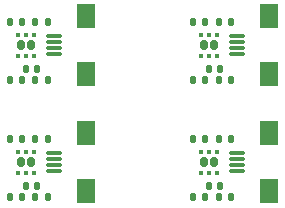
<source format=gtp>
G04 #@! TF.GenerationSoftware,KiCad,Pcbnew,7.0.10*
G04 #@! TF.CreationDate,2024-01-04T16:31:29+01:00*
G04 #@! TF.ProjectId,temperature-sensor-2x2,74656d70-6572-4617-9475-72652d73656e,rev?*
G04 #@! TF.SameCoordinates,Original*
G04 #@! TF.FileFunction,Paste,Top*
G04 #@! TF.FilePolarity,Positive*
%FSLAX46Y46*%
G04 Gerber Fmt 4.6, Leading zero omitted, Abs format (unit mm)*
G04 Created by KiCad (PCBNEW 7.0.10) date 2024-01-04 16:31:29*
%MOMM*%
%LPD*%
G01*
G04 APERTURE LIST*
G04 Aperture macros list*
%AMRoundRect*
0 Rectangle with rounded corners*
0 $1 Rounding radius*
0 $2 $3 $4 $5 $6 $7 $8 $9 X,Y pos of 4 corners*
0 Add a 4 corners polygon primitive as box body*
4,1,4,$2,$3,$4,$5,$6,$7,$8,$9,$2,$3,0*
0 Add four circle primitives for the rounded corners*
1,1,$1+$1,$2,$3*
1,1,$1+$1,$4,$5*
1,1,$1+$1,$6,$7*
1,1,$1+$1,$8,$9*
0 Add four rect primitives between the rounded corners*
20,1,$1+$1,$2,$3,$4,$5,0*
20,1,$1+$1,$4,$5,$6,$7,0*
20,1,$1+$1,$6,$7,$8,$9,0*
20,1,$1+$1,$8,$9,$2,$3,0*%
G04 Aperture macros list end*
%ADD10RoundRect,0.075000X0.575000X-0.075000X0.575000X0.075000X-0.575000X0.075000X-0.575000X-0.075000X0*%
%ADD11R,1.600000X2.000000*%
%ADD12RoundRect,0.135000X-0.135000X-0.185000X0.135000X-0.185000X0.135000X0.185000X-0.135000X0.185000X0*%
%ADD13RoundRect,0.135000X0.135000X0.185000X-0.135000X0.185000X-0.135000X-0.185000X0.135000X-0.185000X0*%
%ADD14RoundRect,0.160000X-0.160000X0.245000X-0.160000X-0.245000X0.160000X-0.245000X0.160000X0.245000X0*%
%ADD15RoundRect,0.093750X-0.106250X0.093750X-0.106250X-0.093750X0.106250X-0.093750X0.106250X0.093750X0*%
%ADD16RoundRect,0.140000X-0.140000X-0.170000X0.140000X-0.170000X0.140000X0.170000X-0.140000X0.170000X0*%
G04 APERTURE END LIST*
D10*
X141800000Y-42600000D03*
X141800000Y-42100000D03*
X141800000Y-41600000D03*
X141800000Y-41100000D03*
D11*
X144480000Y-44300000D03*
X144480000Y-39400000D03*
D12*
X153550000Y-44765000D03*
X154570000Y-44765000D03*
X155710000Y-29955000D03*
X156730000Y-29955000D03*
D13*
X139070000Y-29955000D03*
X138050000Y-29955000D03*
D12*
X140210000Y-39855000D03*
X141230000Y-39855000D03*
D13*
X139070000Y-39855000D03*
X138050000Y-39855000D03*
D14*
X139800000Y-31950000D03*
X139000000Y-31950000D03*
D15*
X140050000Y-31062500D03*
X139400000Y-31062500D03*
X138750000Y-31062500D03*
X138750000Y-32837500D03*
X139400000Y-32837500D03*
X140050000Y-32837500D03*
D14*
X155300000Y-41850000D03*
X154500000Y-41850000D03*
D15*
X155550000Y-40962500D03*
X154900000Y-40962500D03*
X154250000Y-40962500D03*
X154250000Y-42737500D03*
X154900000Y-42737500D03*
X155550000Y-42737500D03*
D12*
X153550000Y-34865000D03*
X154570000Y-34865000D03*
D14*
X155300000Y-31950000D03*
X154500000Y-31950000D03*
D15*
X155550000Y-31062500D03*
X154900000Y-31062500D03*
X154250000Y-31062500D03*
X154250000Y-32837500D03*
X154900000Y-32837500D03*
X155550000Y-32837500D03*
D12*
X155710000Y-39855000D03*
X156730000Y-39855000D03*
D13*
X141230000Y-34865000D03*
X140210000Y-34865000D03*
D16*
X139400000Y-43835000D03*
X140360000Y-43835000D03*
D13*
X156730000Y-34865000D03*
X155710000Y-34865000D03*
X154570000Y-29955000D03*
X153550000Y-29955000D03*
D10*
X157300000Y-32700000D03*
X157300000Y-32200000D03*
X157300000Y-31700000D03*
X157300000Y-31200000D03*
D11*
X159980000Y-34400000D03*
X159980000Y-29500000D03*
D16*
X154900000Y-33935000D03*
X155860000Y-33935000D03*
X154900000Y-43835000D03*
X155860000Y-43835000D03*
D12*
X138050000Y-34865000D03*
X139070000Y-34865000D03*
D13*
X154570000Y-39855000D03*
X153550000Y-39855000D03*
D16*
X139400000Y-33935000D03*
X140360000Y-33935000D03*
D13*
X141230000Y-44765000D03*
X140210000Y-44765000D03*
X156730000Y-44765000D03*
X155710000Y-44765000D03*
D12*
X140210000Y-29955000D03*
X141230000Y-29955000D03*
D10*
X157300000Y-42600000D03*
X157300000Y-42100000D03*
X157300000Y-41600000D03*
X157300000Y-41100000D03*
D11*
X159980000Y-44300000D03*
X159980000Y-39400000D03*
D14*
X139800000Y-41850000D03*
X139000000Y-41850000D03*
D15*
X140050000Y-40962500D03*
X139400000Y-40962500D03*
X138750000Y-40962500D03*
X138750000Y-42737500D03*
X139400000Y-42737500D03*
X140050000Y-42737500D03*
D12*
X138050000Y-44765000D03*
X139070000Y-44765000D03*
D10*
X141800000Y-32700000D03*
X141800000Y-32200000D03*
X141800000Y-31700000D03*
X141800000Y-31200000D03*
D11*
X144480000Y-34400000D03*
X144480000Y-29500000D03*
M02*

</source>
